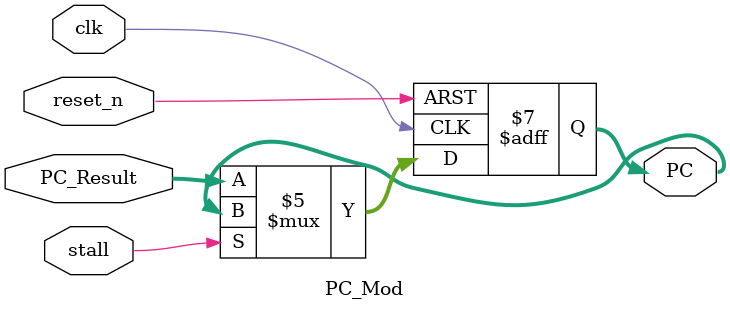
<source format=v>
module PC_Mod(
    input clk,     // 时钟
    input reset_n, // 是否重置地址。0-初始化PC，否则接受新地址     
    input stall,  
    input [31:0] PC_Result,
    output reg [31:0] PC
);  
    
    initial begin
        PC <= 0;
    end
    always @(posedge clk or negedge reset_n)  
    begin  
        if (! reset_n) // 如果为0则初始化PC，否则接受新地址
            begin  
                PC <= 0;
            end  
        else begin
            if (stall) begin
                PC <= PC;
            end
            else begin
                PC <= PC_Result;
            end
        end  
    end  
endmodule

</source>
